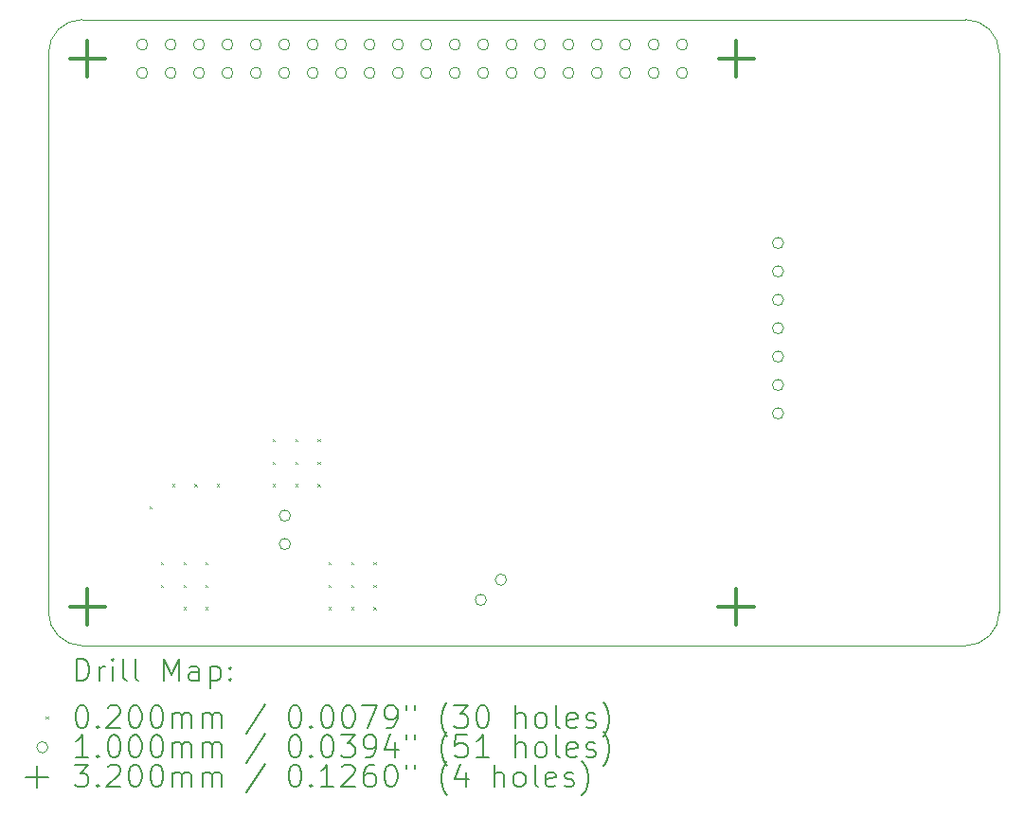
<source format=gbr>
%FSLAX45Y45*%
G04 Gerber Fmt 4.5, Leading zero omitted, Abs format (unit mm)*
G04 Created by KiCad (PCBNEW 6.0.0-d3dd2cf0fa~116~ubuntu21.04.1) date 2022-03-07 16:32:46*
%MOMM*%
%LPD*%
G01*
G04 APERTURE LIST*
%TA.AperFunction,Profile*%
%ADD10C,0.100000*%
%TD*%
%ADD11C,0.200000*%
%ADD12C,0.020000*%
%ADD13C,0.100000*%
%ADD14C,0.320000*%
G04 APERTURE END LIST*
D10*
X8200636Y-5605761D02*
G75*
G03*
X8500636Y-5305761I0J300000D01*
G01*
X8500636Y-5305761D02*
X8500636Y-305761D01*
X8500636Y-305761D02*
G75*
G03*
X8200636Y-5761I-300000J0D01*
G01*
X8200636Y-5761D02*
X302636Y-5761D01*
X2636Y-5305761D02*
G75*
G03*
X302636Y-5605761I300000J0D01*
G01*
X302636Y-5605761D02*
X8200636Y-5605761D01*
X2636Y-305761D02*
X2636Y-5305761D01*
X302636Y-5761D02*
G75*
G03*
X2636Y-305761I0J-300000D01*
G01*
D11*
D12*
X908000Y-4360000D02*
X928000Y-4380000D01*
X928000Y-4360000D02*
X908000Y-4380000D01*
X1008000Y-4860000D02*
X1028000Y-4880000D01*
X1028000Y-4860000D02*
X1008000Y-4880000D01*
X1008000Y-5060000D02*
X1028000Y-5080000D01*
X1028000Y-5060000D02*
X1008000Y-5080000D01*
X1108000Y-4160000D02*
X1128000Y-4180000D01*
X1128000Y-4160000D02*
X1108000Y-4180000D01*
X1208000Y-4860000D02*
X1228000Y-4880000D01*
X1228000Y-4860000D02*
X1208000Y-4880000D01*
X1208000Y-5060000D02*
X1228000Y-5080000D01*
X1228000Y-5060000D02*
X1208000Y-5080000D01*
X1208000Y-5260000D02*
X1228000Y-5280000D01*
X1228000Y-5260000D02*
X1208000Y-5280000D01*
X1308000Y-4160000D02*
X1328000Y-4180000D01*
X1328000Y-4160000D02*
X1308000Y-4180000D01*
X1408000Y-4860000D02*
X1428000Y-4880000D01*
X1428000Y-4860000D02*
X1408000Y-4880000D01*
X1408000Y-5060000D02*
X1428000Y-5080000D01*
X1428000Y-5060000D02*
X1408000Y-5080000D01*
X1408000Y-5260000D02*
X1428000Y-5280000D01*
X1428000Y-5260000D02*
X1408000Y-5280000D01*
X1508000Y-4160000D02*
X1528000Y-4180000D01*
X1528000Y-4160000D02*
X1508000Y-4180000D01*
X2008000Y-3760000D02*
X2028000Y-3780000D01*
X2028000Y-3760000D02*
X2008000Y-3780000D01*
X2008000Y-3960000D02*
X2028000Y-3980000D01*
X2028000Y-3960000D02*
X2008000Y-3980000D01*
X2008000Y-4160000D02*
X2028000Y-4180000D01*
X2028000Y-4160000D02*
X2008000Y-4180000D01*
X2208000Y-3760000D02*
X2228000Y-3780000D01*
X2228000Y-3760000D02*
X2208000Y-3780000D01*
X2208000Y-3960000D02*
X2228000Y-3980000D01*
X2228000Y-3960000D02*
X2208000Y-3980000D01*
X2208000Y-4160000D02*
X2228000Y-4180000D01*
X2228000Y-4160000D02*
X2208000Y-4180000D01*
X2408000Y-3760000D02*
X2428000Y-3780000D01*
X2428000Y-3760000D02*
X2408000Y-3780000D01*
X2408000Y-3960000D02*
X2428000Y-3980000D01*
X2428000Y-3960000D02*
X2408000Y-3980000D01*
X2408000Y-4160000D02*
X2428000Y-4180000D01*
X2428000Y-4160000D02*
X2408000Y-4180000D01*
X2508000Y-4860000D02*
X2528000Y-4880000D01*
X2528000Y-4860000D02*
X2508000Y-4880000D01*
X2508000Y-5060000D02*
X2528000Y-5080000D01*
X2528000Y-5060000D02*
X2508000Y-5080000D01*
X2508000Y-5260000D02*
X2528000Y-5280000D01*
X2528000Y-5260000D02*
X2508000Y-5280000D01*
X2708000Y-4860000D02*
X2728000Y-4880000D01*
X2728000Y-4860000D02*
X2708000Y-4880000D01*
X2708000Y-5060000D02*
X2728000Y-5080000D01*
X2728000Y-5060000D02*
X2708000Y-5080000D01*
X2708000Y-5260000D02*
X2728000Y-5280000D01*
X2728000Y-5260000D02*
X2708000Y-5280000D01*
X2908000Y-4860000D02*
X2928000Y-4880000D01*
X2928000Y-4860000D02*
X2908000Y-4880000D01*
X2908000Y-5060000D02*
X2928000Y-5080000D01*
X2928000Y-5060000D02*
X2908000Y-5080000D01*
X2908000Y-5260000D02*
X2928000Y-5280000D01*
X2928000Y-5260000D02*
X2908000Y-5280000D01*
D13*
X890000Y-229000D02*
G75*
G03*
X890000Y-229000I-50000J0D01*
G01*
X890000Y-483000D02*
G75*
G03*
X890000Y-483000I-50000J0D01*
G01*
X1144000Y-229000D02*
G75*
G03*
X1144000Y-229000I-50000J0D01*
G01*
X1144000Y-483000D02*
G75*
G03*
X1144000Y-483000I-50000J0D01*
G01*
X1398000Y-229000D02*
G75*
G03*
X1398000Y-229000I-50000J0D01*
G01*
X1398000Y-483000D02*
G75*
G03*
X1398000Y-483000I-50000J0D01*
G01*
X1652000Y-229000D02*
G75*
G03*
X1652000Y-229000I-50000J0D01*
G01*
X1652000Y-483000D02*
G75*
G03*
X1652000Y-483000I-50000J0D01*
G01*
X1906000Y-229000D02*
G75*
G03*
X1906000Y-229000I-50000J0D01*
G01*
X1906000Y-483000D02*
G75*
G03*
X1906000Y-483000I-50000J0D01*
G01*
X2160000Y-229000D02*
G75*
G03*
X2160000Y-229000I-50000J0D01*
G01*
X2160000Y-483000D02*
G75*
G03*
X2160000Y-483000I-50000J0D01*
G01*
X2166000Y-4443000D02*
G75*
G03*
X2166000Y-4443000I-50000J0D01*
G01*
X2166000Y-4697000D02*
G75*
G03*
X2166000Y-4697000I-50000J0D01*
G01*
X2414000Y-229000D02*
G75*
G03*
X2414000Y-229000I-50000J0D01*
G01*
X2414000Y-483000D02*
G75*
G03*
X2414000Y-483000I-50000J0D01*
G01*
X2668000Y-229000D02*
G75*
G03*
X2668000Y-229000I-50000J0D01*
G01*
X2668000Y-483000D02*
G75*
G03*
X2668000Y-483000I-50000J0D01*
G01*
X2922000Y-229000D02*
G75*
G03*
X2922000Y-229000I-50000J0D01*
G01*
X2922000Y-483000D02*
G75*
G03*
X2922000Y-483000I-50000J0D01*
G01*
X3176000Y-229000D02*
G75*
G03*
X3176000Y-229000I-50000J0D01*
G01*
X3176000Y-483000D02*
G75*
G03*
X3176000Y-483000I-50000J0D01*
G01*
X3430000Y-229000D02*
G75*
G03*
X3430000Y-229000I-50000J0D01*
G01*
X3430000Y-483000D02*
G75*
G03*
X3430000Y-483000I-50000J0D01*
G01*
X3684000Y-229000D02*
G75*
G03*
X3684000Y-229000I-50000J0D01*
G01*
X3684000Y-483000D02*
G75*
G03*
X3684000Y-483000I-50000J0D01*
G01*
X3917047Y-5195873D02*
G75*
G03*
X3917047Y-5195873I-50000J0D01*
G01*
X3938000Y-229000D02*
G75*
G03*
X3938000Y-229000I-50000J0D01*
G01*
X3938000Y-483000D02*
G75*
G03*
X3938000Y-483000I-50000J0D01*
G01*
X4096652Y-5016268D02*
G75*
G03*
X4096652Y-5016268I-50000J0D01*
G01*
X4192000Y-229000D02*
G75*
G03*
X4192000Y-229000I-50000J0D01*
G01*
X4192000Y-483000D02*
G75*
G03*
X4192000Y-483000I-50000J0D01*
G01*
X4446000Y-229000D02*
G75*
G03*
X4446000Y-229000I-50000J0D01*
G01*
X4446000Y-483000D02*
G75*
G03*
X4446000Y-483000I-50000J0D01*
G01*
X4700000Y-229000D02*
G75*
G03*
X4700000Y-229000I-50000J0D01*
G01*
X4700000Y-483000D02*
G75*
G03*
X4700000Y-483000I-50000J0D01*
G01*
X4954000Y-229000D02*
G75*
G03*
X4954000Y-229000I-50000J0D01*
G01*
X4954000Y-483000D02*
G75*
G03*
X4954000Y-483000I-50000J0D01*
G01*
X5208000Y-229000D02*
G75*
G03*
X5208000Y-229000I-50000J0D01*
G01*
X5208000Y-483000D02*
G75*
G03*
X5208000Y-483000I-50000J0D01*
G01*
X5462000Y-229000D02*
G75*
G03*
X5462000Y-229000I-50000J0D01*
G01*
X5462000Y-483000D02*
G75*
G03*
X5462000Y-483000I-50000J0D01*
G01*
X5716000Y-229000D02*
G75*
G03*
X5716000Y-229000I-50000J0D01*
G01*
X5716000Y-483000D02*
G75*
G03*
X5716000Y-483000I-50000J0D01*
G01*
X6573000Y-2004000D02*
G75*
G03*
X6573000Y-2004000I-50000J0D01*
G01*
X6573000Y-2258000D02*
G75*
G03*
X6573000Y-2258000I-50000J0D01*
G01*
X6573000Y-2512000D02*
G75*
G03*
X6573000Y-2512000I-50000J0D01*
G01*
X6573000Y-2766000D02*
G75*
G03*
X6573000Y-2766000I-50000J0D01*
G01*
X6573000Y-3020000D02*
G75*
G03*
X6573000Y-3020000I-50000J0D01*
G01*
X6573000Y-3274000D02*
G75*
G03*
X6573000Y-3274000I-50000J0D01*
G01*
X6573000Y-3528000D02*
G75*
G03*
X6573000Y-3528000I-50000J0D01*
G01*
D14*
X352000Y-195000D02*
X352000Y-515000D01*
X192000Y-355000D02*
X512000Y-355000D01*
X352000Y-5096000D02*
X352000Y-5416000D01*
X192000Y-5256000D02*
X512000Y-5256000D01*
X6151000Y-5095000D02*
X6151000Y-5415000D01*
X5991000Y-5255000D02*
X6311000Y-5255000D01*
X6152000Y-197000D02*
X6152000Y-517000D01*
X5992000Y-357000D02*
X6312000Y-357000D01*
D11*
X255255Y-5921237D02*
X255255Y-5721237D01*
X302874Y-5721237D01*
X331445Y-5730761D01*
X350493Y-5749809D01*
X360016Y-5768856D01*
X369540Y-5806951D01*
X369540Y-5835523D01*
X360016Y-5873618D01*
X350493Y-5892666D01*
X331445Y-5911713D01*
X302874Y-5921237D01*
X255255Y-5921237D01*
X455255Y-5921237D02*
X455255Y-5787904D01*
X455255Y-5825999D02*
X464778Y-5806951D01*
X474302Y-5797428D01*
X493350Y-5787904D01*
X512397Y-5787904D01*
X579064Y-5921237D02*
X579064Y-5787904D01*
X579064Y-5721237D02*
X569540Y-5730761D01*
X579064Y-5740285D01*
X588588Y-5730761D01*
X579064Y-5721237D01*
X579064Y-5740285D01*
X702874Y-5921237D02*
X683826Y-5911713D01*
X674302Y-5892666D01*
X674302Y-5721237D01*
X807636Y-5921237D02*
X788588Y-5911713D01*
X779064Y-5892666D01*
X779064Y-5721237D01*
X1036207Y-5921237D02*
X1036207Y-5721237D01*
X1102874Y-5864094D01*
X1169540Y-5721237D01*
X1169540Y-5921237D01*
X1350493Y-5921237D02*
X1350493Y-5816475D01*
X1340969Y-5797428D01*
X1321921Y-5787904D01*
X1283826Y-5787904D01*
X1264778Y-5797428D01*
X1350493Y-5911713D02*
X1331445Y-5921237D01*
X1283826Y-5921237D01*
X1264778Y-5911713D01*
X1255255Y-5892666D01*
X1255255Y-5873618D01*
X1264778Y-5854571D01*
X1283826Y-5845047D01*
X1331445Y-5845047D01*
X1350493Y-5835523D01*
X1445731Y-5787904D02*
X1445731Y-5987904D01*
X1445731Y-5797428D02*
X1464778Y-5787904D01*
X1502874Y-5787904D01*
X1521921Y-5797428D01*
X1531445Y-5806951D01*
X1540969Y-5825999D01*
X1540969Y-5883142D01*
X1531445Y-5902190D01*
X1521921Y-5911713D01*
X1502874Y-5921237D01*
X1464778Y-5921237D01*
X1445731Y-5911713D01*
X1626683Y-5902190D02*
X1636207Y-5911713D01*
X1626683Y-5921237D01*
X1617159Y-5911713D01*
X1626683Y-5902190D01*
X1626683Y-5921237D01*
X1626683Y-5797428D02*
X1636207Y-5806951D01*
X1626683Y-5816475D01*
X1617159Y-5806951D01*
X1626683Y-5797428D01*
X1626683Y-5816475D01*
D12*
X-22364Y-6240761D02*
X-2364Y-6260761D01*
X-2364Y-6240761D02*
X-22364Y-6260761D01*
D11*
X293350Y-6141237D02*
X312398Y-6141237D01*
X331445Y-6150761D01*
X340969Y-6160285D01*
X350493Y-6179332D01*
X360016Y-6217428D01*
X360016Y-6265047D01*
X350493Y-6303142D01*
X340969Y-6322190D01*
X331445Y-6331713D01*
X312398Y-6341237D01*
X293350Y-6341237D01*
X274302Y-6331713D01*
X264778Y-6322190D01*
X255255Y-6303142D01*
X245731Y-6265047D01*
X245731Y-6217428D01*
X255255Y-6179332D01*
X264778Y-6160285D01*
X274302Y-6150761D01*
X293350Y-6141237D01*
X445731Y-6322190D02*
X455255Y-6331713D01*
X445731Y-6341237D01*
X436207Y-6331713D01*
X445731Y-6322190D01*
X445731Y-6341237D01*
X531445Y-6160285D02*
X540969Y-6150761D01*
X560017Y-6141237D01*
X607636Y-6141237D01*
X626683Y-6150761D01*
X636207Y-6160285D01*
X645731Y-6179332D01*
X645731Y-6198380D01*
X636207Y-6226951D01*
X521921Y-6341237D01*
X645731Y-6341237D01*
X769540Y-6141237D02*
X788588Y-6141237D01*
X807636Y-6150761D01*
X817159Y-6160285D01*
X826683Y-6179332D01*
X836207Y-6217428D01*
X836207Y-6265047D01*
X826683Y-6303142D01*
X817159Y-6322190D01*
X807636Y-6331713D01*
X788588Y-6341237D01*
X769540Y-6341237D01*
X750493Y-6331713D01*
X740969Y-6322190D01*
X731445Y-6303142D01*
X721921Y-6265047D01*
X721921Y-6217428D01*
X731445Y-6179332D01*
X740969Y-6160285D01*
X750493Y-6150761D01*
X769540Y-6141237D01*
X960016Y-6141237D02*
X979064Y-6141237D01*
X998112Y-6150761D01*
X1007636Y-6160285D01*
X1017159Y-6179332D01*
X1026683Y-6217428D01*
X1026683Y-6265047D01*
X1017159Y-6303142D01*
X1007636Y-6322190D01*
X998112Y-6331713D01*
X979064Y-6341237D01*
X960016Y-6341237D01*
X940969Y-6331713D01*
X931445Y-6322190D01*
X921921Y-6303142D01*
X912397Y-6265047D01*
X912397Y-6217428D01*
X921921Y-6179332D01*
X931445Y-6160285D01*
X940969Y-6150761D01*
X960016Y-6141237D01*
X1112398Y-6341237D02*
X1112398Y-6207904D01*
X1112398Y-6226951D02*
X1121921Y-6217428D01*
X1140969Y-6207904D01*
X1169540Y-6207904D01*
X1188588Y-6217428D01*
X1198112Y-6236475D01*
X1198112Y-6341237D01*
X1198112Y-6236475D02*
X1207636Y-6217428D01*
X1226683Y-6207904D01*
X1255255Y-6207904D01*
X1274302Y-6217428D01*
X1283826Y-6236475D01*
X1283826Y-6341237D01*
X1379064Y-6341237D02*
X1379064Y-6207904D01*
X1379064Y-6226951D02*
X1388588Y-6217428D01*
X1407636Y-6207904D01*
X1436207Y-6207904D01*
X1455255Y-6217428D01*
X1464778Y-6236475D01*
X1464778Y-6341237D01*
X1464778Y-6236475D02*
X1474302Y-6217428D01*
X1493350Y-6207904D01*
X1521921Y-6207904D01*
X1540969Y-6217428D01*
X1550493Y-6236475D01*
X1550493Y-6341237D01*
X1940969Y-6131713D02*
X1769540Y-6388856D01*
X2198112Y-6141237D02*
X2217159Y-6141237D01*
X2236207Y-6150761D01*
X2245731Y-6160285D01*
X2255255Y-6179332D01*
X2264778Y-6217428D01*
X2264778Y-6265047D01*
X2255255Y-6303142D01*
X2245731Y-6322190D01*
X2236207Y-6331713D01*
X2217159Y-6341237D01*
X2198112Y-6341237D01*
X2179064Y-6331713D01*
X2169540Y-6322190D01*
X2160017Y-6303142D01*
X2150493Y-6265047D01*
X2150493Y-6217428D01*
X2160017Y-6179332D01*
X2169540Y-6160285D01*
X2179064Y-6150761D01*
X2198112Y-6141237D01*
X2350493Y-6322190D02*
X2360017Y-6331713D01*
X2350493Y-6341237D01*
X2340969Y-6331713D01*
X2350493Y-6322190D01*
X2350493Y-6341237D01*
X2483826Y-6141237D02*
X2502874Y-6141237D01*
X2521921Y-6150761D01*
X2531445Y-6160285D01*
X2540969Y-6179332D01*
X2550493Y-6217428D01*
X2550493Y-6265047D01*
X2540969Y-6303142D01*
X2531445Y-6322190D01*
X2521921Y-6331713D01*
X2502874Y-6341237D01*
X2483826Y-6341237D01*
X2464778Y-6331713D01*
X2455255Y-6322190D01*
X2445731Y-6303142D01*
X2436207Y-6265047D01*
X2436207Y-6217428D01*
X2445731Y-6179332D01*
X2455255Y-6160285D01*
X2464778Y-6150761D01*
X2483826Y-6141237D01*
X2674302Y-6141237D02*
X2693350Y-6141237D01*
X2712398Y-6150761D01*
X2721921Y-6160285D01*
X2731445Y-6179332D01*
X2740969Y-6217428D01*
X2740969Y-6265047D01*
X2731445Y-6303142D01*
X2721921Y-6322190D01*
X2712398Y-6331713D01*
X2693350Y-6341237D01*
X2674302Y-6341237D01*
X2655255Y-6331713D01*
X2645731Y-6322190D01*
X2636207Y-6303142D01*
X2626683Y-6265047D01*
X2626683Y-6217428D01*
X2636207Y-6179332D01*
X2645731Y-6160285D01*
X2655255Y-6150761D01*
X2674302Y-6141237D01*
X2807636Y-6141237D02*
X2940969Y-6141237D01*
X2855255Y-6341237D01*
X3026683Y-6341237D02*
X3064778Y-6341237D01*
X3083826Y-6331713D01*
X3093350Y-6322190D01*
X3112397Y-6293618D01*
X3121921Y-6255523D01*
X3121921Y-6179332D01*
X3112397Y-6160285D01*
X3102874Y-6150761D01*
X3083826Y-6141237D01*
X3045731Y-6141237D01*
X3026683Y-6150761D01*
X3017159Y-6160285D01*
X3007635Y-6179332D01*
X3007635Y-6226951D01*
X3017159Y-6245999D01*
X3026683Y-6255523D01*
X3045731Y-6265047D01*
X3083826Y-6265047D01*
X3102874Y-6255523D01*
X3112397Y-6245999D01*
X3121921Y-6226951D01*
X3198112Y-6141237D02*
X3198112Y-6179332D01*
X3274302Y-6141237D02*
X3274302Y-6179332D01*
X3569540Y-6417428D02*
X3560016Y-6407904D01*
X3540969Y-6379332D01*
X3531445Y-6360285D01*
X3521921Y-6331713D01*
X3512397Y-6284094D01*
X3512397Y-6245999D01*
X3521921Y-6198380D01*
X3531445Y-6169809D01*
X3540969Y-6150761D01*
X3560016Y-6122190D01*
X3569540Y-6112666D01*
X3626683Y-6141237D02*
X3750493Y-6141237D01*
X3683826Y-6217428D01*
X3712397Y-6217428D01*
X3731445Y-6226951D01*
X3740969Y-6236475D01*
X3750493Y-6255523D01*
X3750493Y-6303142D01*
X3740969Y-6322190D01*
X3731445Y-6331713D01*
X3712397Y-6341237D01*
X3655255Y-6341237D01*
X3636207Y-6331713D01*
X3626683Y-6322190D01*
X3874302Y-6141237D02*
X3893350Y-6141237D01*
X3912397Y-6150761D01*
X3921921Y-6160285D01*
X3931445Y-6179332D01*
X3940969Y-6217428D01*
X3940969Y-6265047D01*
X3931445Y-6303142D01*
X3921921Y-6322190D01*
X3912397Y-6331713D01*
X3893350Y-6341237D01*
X3874302Y-6341237D01*
X3855255Y-6331713D01*
X3845731Y-6322190D01*
X3836207Y-6303142D01*
X3826683Y-6265047D01*
X3826683Y-6217428D01*
X3836207Y-6179332D01*
X3845731Y-6160285D01*
X3855255Y-6150761D01*
X3874302Y-6141237D01*
X4179064Y-6341237D02*
X4179064Y-6141237D01*
X4264778Y-6341237D02*
X4264778Y-6236475D01*
X4255255Y-6217428D01*
X4236207Y-6207904D01*
X4207636Y-6207904D01*
X4188588Y-6217428D01*
X4179064Y-6226951D01*
X4388588Y-6341237D02*
X4369540Y-6331713D01*
X4360017Y-6322190D01*
X4350493Y-6303142D01*
X4350493Y-6245999D01*
X4360017Y-6226951D01*
X4369540Y-6217428D01*
X4388588Y-6207904D01*
X4417159Y-6207904D01*
X4436207Y-6217428D01*
X4445731Y-6226951D01*
X4455255Y-6245999D01*
X4455255Y-6303142D01*
X4445731Y-6322190D01*
X4436207Y-6331713D01*
X4417159Y-6341237D01*
X4388588Y-6341237D01*
X4569540Y-6341237D02*
X4550493Y-6331713D01*
X4540969Y-6312666D01*
X4540969Y-6141237D01*
X4721921Y-6331713D02*
X4702874Y-6341237D01*
X4664778Y-6341237D01*
X4645731Y-6331713D01*
X4636207Y-6312666D01*
X4636207Y-6236475D01*
X4645731Y-6217428D01*
X4664778Y-6207904D01*
X4702874Y-6207904D01*
X4721921Y-6217428D01*
X4731445Y-6236475D01*
X4731445Y-6255523D01*
X4636207Y-6274571D01*
X4807636Y-6331713D02*
X4826683Y-6341237D01*
X4864778Y-6341237D01*
X4883826Y-6331713D01*
X4893350Y-6312666D01*
X4893350Y-6303142D01*
X4883826Y-6284094D01*
X4864778Y-6274571D01*
X4836207Y-6274571D01*
X4817159Y-6265047D01*
X4807636Y-6245999D01*
X4807636Y-6236475D01*
X4817159Y-6217428D01*
X4836207Y-6207904D01*
X4864778Y-6207904D01*
X4883826Y-6217428D01*
X4960017Y-6417428D02*
X4969540Y-6407904D01*
X4988588Y-6379332D01*
X4998112Y-6360285D01*
X5007636Y-6331713D01*
X5017159Y-6284094D01*
X5017159Y-6245999D01*
X5007636Y-6198380D01*
X4998112Y-6169809D01*
X4988588Y-6150761D01*
X4969540Y-6122190D01*
X4960017Y-6112666D01*
D13*
X-2364Y-6514761D02*
G75*
G03*
X-2364Y-6514761I-50000J0D01*
G01*
D11*
X360016Y-6605237D02*
X245731Y-6605237D01*
X302874Y-6605237D02*
X302874Y-6405237D01*
X283826Y-6433809D01*
X264778Y-6452856D01*
X245731Y-6462380D01*
X445731Y-6586190D02*
X455255Y-6595713D01*
X445731Y-6605237D01*
X436207Y-6595713D01*
X445731Y-6586190D01*
X445731Y-6605237D01*
X579064Y-6405237D02*
X598112Y-6405237D01*
X617159Y-6414761D01*
X626683Y-6424285D01*
X636207Y-6443332D01*
X645731Y-6481428D01*
X645731Y-6529047D01*
X636207Y-6567142D01*
X626683Y-6586190D01*
X617159Y-6595713D01*
X598112Y-6605237D01*
X579064Y-6605237D01*
X560017Y-6595713D01*
X550493Y-6586190D01*
X540969Y-6567142D01*
X531445Y-6529047D01*
X531445Y-6481428D01*
X540969Y-6443332D01*
X550493Y-6424285D01*
X560017Y-6414761D01*
X579064Y-6405237D01*
X769540Y-6405237D02*
X788588Y-6405237D01*
X807636Y-6414761D01*
X817159Y-6424285D01*
X826683Y-6443332D01*
X836207Y-6481428D01*
X836207Y-6529047D01*
X826683Y-6567142D01*
X817159Y-6586190D01*
X807636Y-6595713D01*
X788588Y-6605237D01*
X769540Y-6605237D01*
X750493Y-6595713D01*
X740969Y-6586190D01*
X731445Y-6567142D01*
X721921Y-6529047D01*
X721921Y-6481428D01*
X731445Y-6443332D01*
X740969Y-6424285D01*
X750493Y-6414761D01*
X769540Y-6405237D01*
X960016Y-6405237D02*
X979064Y-6405237D01*
X998112Y-6414761D01*
X1007636Y-6424285D01*
X1017159Y-6443332D01*
X1026683Y-6481428D01*
X1026683Y-6529047D01*
X1017159Y-6567142D01*
X1007636Y-6586190D01*
X998112Y-6595713D01*
X979064Y-6605237D01*
X960016Y-6605237D01*
X940969Y-6595713D01*
X931445Y-6586190D01*
X921921Y-6567142D01*
X912397Y-6529047D01*
X912397Y-6481428D01*
X921921Y-6443332D01*
X931445Y-6424285D01*
X940969Y-6414761D01*
X960016Y-6405237D01*
X1112398Y-6605237D02*
X1112398Y-6471904D01*
X1112398Y-6490951D02*
X1121921Y-6481428D01*
X1140969Y-6471904D01*
X1169540Y-6471904D01*
X1188588Y-6481428D01*
X1198112Y-6500475D01*
X1198112Y-6605237D01*
X1198112Y-6500475D02*
X1207636Y-6481428D01*
X1226683Y-6471904D01*
X1255255Y-6471904D01*
X1274302Y-6481428D01*
X1283826Y-6500475D01*
X1283826Y-6605237D01*
X1379064Y-6605237D02*
X1379064Y-6471904D01*
X1379064Y-6490951D02*
X1388588Y-6481428D01*
X1407636Y-6471904D01*
X1436207Y-6471904D01*
X1455255Y-6481428D01*
X1464778Y-6500475D01*
X1464778Y-6605237D01*
X1464778Y-6500475D02*
X1474302Y-6481428D01*
X1493350Y-6471904D01*
X1521921Y-6471904D01*
X1540969Y-6481428D01*
X1550493Y-6500475D01*
X1550493Y-6605237D01*
X1940969Y-6395713D02*
X1769540Y-6652856D01*
X2198112Y-6405237D02*
X2217159Y-6405237D01*
X2236207Y-6414761D01*
X2245731Y-6424285D01*
X2255255Y-6443332D01*
X2264778Y-6481428D01*
X2264778Y-6529047D01*
X2255255Y-6567142D01*
X2245731Y-6586190D01*
X2236207Y-6595713D01*
X2217159Y-6605237D01*
X2198112Y-6605237D01*
X2179064Y-6595713D01*
X2169540Y-6586190D01*
X2160017Y-6567142D01*
X2150493Y-6529047D01*
X2150493Y-6481428D01*
X2160017Y-6443332D01*
X2169540Y-6424285D01*
X2179064Y-6414761D01*
X2198112Y-6405237D01*
X2350493Y-6586190D02*
X2360017Y-6595713D01*
X2350493Y-6605237D01*
X2340969Y-6595713D01*
X2350493Y-6586190D01*
X2350493Y-6605237D01*
X2483826Y-6405237D02*
X2502874Y-6405237D01*
X2521921Y-6414761D01*
X2531445Y-6424285D01*
X2540969Y-6443332D01*
X2550493Y-6481428D01*
X2550493Y-6529047D01*
X2540969Y-6567142D01*
X2531445Y-6586190D01*
X2521921Y-6595713D01*
X2502874Y-6605237D01*
X2483826Y-6605237D01*
X2464778Y-6595713D01*
X2455255Y-6586190D01*
X2445731Y-6567142D01*
X2436207Y-6529047D01*
X2436207Y-6481428D01*
X2445731Y-6443332D01*
X2455255Y-6424285D01*
X2464778Y-6414761D01*
X2483826Y-6405237D01*
X2617159Y-6405237D02*
X2740969Y-6405237D01*
X2674302Y-6481428D01*
X2702874Y-6481428D01*
X2721921Y-6490951D01*
X2731445Y-6500475D01*
X2740969Y-6519523D01*
X2740969Y-6567142D01*
X2731445Y-6586190D01*
X2721921Y-6595713D01*
X2702874Y-6605237D01*
X2645731Y-6605237D01*
X2626683Y-6595713D01*
X2617159Y-6586190D01*
X2836207Y-6605237D02*
X2874302Y-6605237D01*
X2893350Y-6595713D01*
X2902874Y-6586190D01*
X2921921Y-6557618D01*
X2931445Y-6519523D01*
X2931445Y-6443332D01*
X2921921Y-6424285D01*
X2912397Y-6414761D01*
X2893350Y-6405237D01*
X2855255Y-6405237D01*
X2836207Y-6414761D01*
X2826683Y-6424285D01*
X2817159Y-6443332D01*
X2817159Y-6490951D01*
X2826683Y-6509999D01*
X2836207Y-6519523D01*
X2855255Y-6529047D01*
X2893350Y-6529047D01*
X2912397Y-6519523D01*
X2921921Y-6509999D01*
X2931445Y-6490951D01*
X3102874Y-6471904D02*
X3102874Y-6605237D01*
X3055255Y-6395713D02*
X3007635Y-6538571D01*
X3131445Y-6538571D01*
X3198112Y-6405237D02*
X3198112Y-6443332D01*
X3274302Y-6405237D02*
X3274302Y-6443332D01*
X3569540Y-6681428D02*
X3560016Y-6671904D01*
X3540969Y-6643332D01*
X3531445Y-6624285D01*
X3521921Y-6595713D01*
X3512397Y-6548094D01*
X3512397Y-6509999D01*
X3521921Y-6462380D01*
X3531445Y-6433809D01*
X3540969Y-6414761D01*
X3560016Y-6386190D01*
X3569540Y-6376666D01*
X3740969Y-6405237D02*
X3645731Y-6405237D01*
X3636207Y-6500475D01*
X3645731Y-6490951D01*
X3664778Y-6481428D01*
X3712397Y-6481428D01*
X3731445Y-6490951D01*
X3740969Y-6500475D01*
X3750493Y-6519523D01*
X3750493Y-6567142D01*
X3740969Y-6586190D01*
X3731445Y-6595713D01*
X3712397Y-6605237D01*
X3664778Y-6605237D01*
X3645731Y-6595713D01*
X3636207Y-6586190D01*
X3940969Y-6605237D02*
X3826683Y-6605237D01*
X3883826Y-6605237D02*
X3883826Y-6405237D01*
X3864778Y-6433809D01*
X3845731Y-6452856D01*
X3826683Y-6462380D01*
X4179064Y-6605237D02*
X4179064Y-6405237D01*
X4264778Y-6605237D02*
X4264778Y-6500475D01*
X4255255Y-6481428D01*
X4236207Y-6471904D01*
X4207636Y-6471904D01*
X4188588Y-6481428D01*
X4179064Y-6490951D01*
X4388588Y-6605237D02*
X4369540Y-6595713D01*
X4360017Y-6586190D01*
X4350493Y-6567142D01*
X4350493Y-6509999D01*
X4360017Y-6490951D01*
X4369540Y-6481428D01*
X4388588Y-6471904D01*
X4417159Y-6471904D01*
X4436207Y-6481428D01*
X4445731Y-6490951D01*
X4455255Y-6509999D01*
X4455255Y-6567142D01*
X4445731Y-6586190D01*
X4436207Y-6595713D01*
X4417159Y-6605237D01*
X4388588Y-6605237D01*
X4569540Y-6605237D02*
X4550493Y-6595713D01*
X4540969Y-6576666D01*
X4540969Y-6405237D01*
X4721921Y-6595713D02*
X4702874Y-6605237D01*
X4664778Y-6605237D01*
X4645731Y-6595713D01*
X4636207Y-6576666D01*
X4636207Y-6500475D01*
X4645731Y-6481428D01*
X4664778Y-6471904D01*
X4702874Y-6471904D01*
X4721921Y-6481428D01*
X4731445Y-6500475D01*
X4731445Y-6519523D01*
X4636207Y-6538571D01*
X4807636Y-6595713D02*
X4826683Y-6605237D01*
X4864778Y-6605237D01*
X4883826Y-6595713D01*
X4893350Y-6576666D01*
X4893350Y-6567142D01*
X4883826Y-6548094D01*
X4864778Y-6538571D01*
X4836207Y-6538571D01*
X4817159Y-6529047D01*
X4807636Y-6509999D01*
X4807636Y-6500475D01*
X4817159Y-6481428D01*
X4836207Y-6471904D01*
X4864778Y-6471904D01*
X4883826Y-6481428D01*
X4960017Y-6681428D02*
X4969540Y-6671904D01*
X4988588Y-6643332D01*
X4998112Y-6624285D01*
X5007636Y-6595713D01*
X5017159Y-6548094D01*
X5017159Y-6509999D01*
X5007636Y-6462380D01*
X4998112Y-6433809D01*
X4988588Y-6414761D01*
X4969540Y-6386190D01*
X4960017Y-6376666D01*
X-102364Y-6678761D02*
X-102364Y-6878761D01*
X-202364Y-6778761D02*
X-2364Y-6778761D01*
X236207Y-6669237D02*
X360016Y-6669237D01*
X293350Y-6745428D01*
X321921Y-6745428D01*
X340969Y-6754951D01*
X350493Y-6764475D01*
X360016Y-6783523D01*
X360016Y-6831142D01*
X350493Y-6850190D01*
X340969Y-6859713D01*
X321921Y-6869237D01*
X264778Y-6869237D01*
X245731Y-6859713D01*
X236207Y-6850190D01*
X445731Y-6850190D02*
X455255Y-6859713D01*
X445731Y-6869237D01*
X436207Y-6859713D01*
X445731Y-6850190D01*
X445731Y-6869237D01*
X531445Y-6688285D02*
X540969Y-6678761D01*
X560017Y-6669237D01*
X607636Y-6669237D01*
X626683Y-6678761D01*
X636207Y-6688285D01*
X645731Y-6707332D01*
X645731Y-6726380D01*
X636207Y-6754951D01*
X521921Y-6869237D01*
X645731Y-6869237D01*
X769540Y-6669237D02*
X788588Y-6669237D01*
X807636Y-6678761D01*
X817159Y-6688285D01*
X826683Y-6707332D01*
X836207Y-6745428D01*
X836207Y-6793047D01*
X826683Y-6831142D01*
X817159Y-6850190D01*
X807636Y-6859713D01*
X788588Y-6869237D01*
X769540Y-6869237D01*
X750493Y-6859713D01*
X740969Y-6850190D01*
X731445Y-6831142D01*
X721921Y-6793047D01*
X721921Y-6745428D01*
X731445Y-6707332D01*
X740969Y-6688285D01*
X750493Y-6678761D01*
X769540Y-6669237D01*
X960016Y-6669237D02*
X979064Y-6669237D01*
X998112Y-6678761D01*
X1007636Y-6688285D01*
X1017159Y-6707332D01*
X1026683Y-6745428D01*
X1026683Y-6793047D01*
X1017159Y-6831142D01*
X1007636Y-6850190D01*
X998112Y-6859713D01*
X979064Y-6869237D01*
X960016Y-6869237D01*
X940969Y-6859713D01*
X931445Y-6850190D01*
X921921Y-6831142D01*
X912397Y-6793047D01*
X912397Y-6745428D01*
X921921Y-6707332D01*
X931445Y-6688285D01*
X940969Y-6678761D01*
X960016Y-6669237D01*
X1112398Y-6869237D02*
X1112398Y-6735904D01*
X1112398Y-6754951D02*
X1121921Y-6745428D01*
X1140969Y-6735904D01*
X1169540Y-6735904D01*
X1188588Y-6745428D01*
X1198112Y-6764475D01*
X1198112Y-6869237D01*
X1198112Y-6764475D02*
X1207636Y-6745428D01*
X1226683Y-6735904D01*
X1255255Y-6735904D01*
X1274302Y-6745428D01*
X1283826Y-6764475D01*
X1283826Y-6869237D01*
X1379064Y-6869237D02*
X1379064Y-6735904D01*
X1379064Y-6754951D02*
X1388588Y-6745428D01*
X1407636Y-6735904D01*
X1436207Y-6735904D01*
X1455255Y-6745428D01*
X1464778Y-6764475D01*
X1464778Y-6869237D01*
X1464778Y-6764475D02*
X1474302Y-6745428D01*
X1493350Y-6735904D01*
X1521921Y-6735904D01*
X1540969Y-6745428D01*
X1550493Y-6764475D01*
X1550493Y-6869237D01*
X1940969Y-6659713D02*
X1769540Y-6916856D01*
X2198112Y-6669237D02*
X2217159Y-6669237D01*
X2236207Y-6678761D01*
X2245731Y-6688285D01*
X2255255Y-6707332D01*
X2264778Y-6745428D01*
X2264778Y-6793047D01*
X2255255Y-6831142D01*
X2245731Y-6850190D01*
X2236207Y-6859713D01*
X2217159Y-6869237D01*
X2198112Y-6869237D01*
X2179064Y-6859713D01*
X2169540Y-6850190D01*
X2160017Y-6831142D01*
X2150493Y-6793047D01*
X2150493Y-6745428D01*
X2160017Y-6707332D01*
X2169540Y-6688285D01*
X2179064Y-6678761D01*
X2198112Y-6669237D01*
X2350493Y-6850190D02*
X2360017Y-6859713D01*
X2350493Y-6869237D01*
X2340969Y-6859713D01*
X2350493Y-6850190D01*
X2350493Y-6869237D01*
X2550493Y-6869237D02*
X2436207Y-6869237D01*
X2493350Y-6869237D02*
X2493350Y-6669237D01*
X2474302Y-6697809D01*
X2455255Y-6716856D01*
X2436207Y-6726380D01*
X2626683Y-6688285D02*
X2636207Y-6678761D01*
X2655255Y-6669237D01*
X2702874Y-6669237D01*
X2721921Y-6678761D01*
X2731445Y-6688285D01*
X2740969Y-6707332D01*
X2740969Y-6726380D01*
X2731445Y-6754951D01*
X2617159Y-6869237D01*
X2740969Y-6869237D01*
X2912397Y-6669237D02*
X2874302Y-6669237D01*
X2855255Y-6678761D01*
X2845731Y-6688285D01*
X2826683Y-6716856D01*
X2817159Y-6754951D01*
X2817159Y-6831142D01*
X2826683Y-6850190D01*
X2836207Y-6859713D01*
X2855255Y-6869237D01*
X2893350Y-6869237D01*
X2912397Y-6859713D01*
X2921921Y-6850190D01*
X2931445Y-6831142D01*
X2931445Y-6783523D01*
X2921921Y-6764475D01*
X2912397Y-6754951D01*
X2893350Y-6745428D01*
X2855255Y-6745428D01*
X2836207Y-6754951D01*
X2826683Y-6764475D01*
X2817159Y-6783523D01*
X3055255Y-6669237D02*
X3074302Y-6669237D01*
X3093350Y-6678761D01*
X3102874Y-6688285D01*
X3112397Y-6707332D01*
X3121921Y-6745428D01*
X3121921Y-6793047D01*
X3112397Y-6831142D01*
X3102874Y-6850190D01*
X3093350Y-6859713D01*
X3074302Y-6869237D01*
X3055255Y-6869237D01*
X3036207Y-6859713D01*
X3026683Y-6850190D01*
X3017159Y-6831142D01*
X3007635Y-6793047D01*
X3007635Y-6745428D01*
X3017159Y-6707332D01*
X3026683Y-6688285D01*
X3036207Y-6678761D01*
X3055255Y-6669237D01*
X3198112Y-6669237D02*
X3198112Y-6707332D01*
X3274302Y-6669237D02*
X3274302Y-6707332D01*
X3569540Y-6945428D02*
X3560016Y-6935904D01*
X3540969Y-6907332D01*
X3531445Y-6888285D01*
X3521921Y-6859713D01*
X3512397Y-6812094D01*
X3512397Y-6773999D01*
X3521921Y-6726380D01*
X3531445Y-6697809D01*
X3540969Y-6678761D01*
X3560016Y-6650190D01*
X3569540Y-6640666D01*
X3731445Y-6735904D02*
X3731445Y-6869237D01*
X3683826Y-6659713D02*
X3636207Y-6802571D01*
X3760016Y-6802571D01*
X3988588Y-6869237D02*
X3988588Y-6669237D01*
X4074302Y-6869237D02*
X4074302Y-6764475D01*
X4064778Y-6745428D01*
X4045731Y-6735904D01*
X4017159Y-6735904D01*
X3998112Y-6745428D01*
X3988588Y-6754951D01*
X4198112Y-6869237D02*
X4179064Y-6859713D01*
X4169540Y-6850190D01*
X4160016Y-6831142D01*
X4160016Y-6773999D01*
X4169540Y-6754951D01*
X4179064Y-6745428D01*
X4198112Y-6735904D01*
X4226683Y-6735904D01*
X4245731Y-6745428D01*
X4255255Y-6754951D01*
X4264778Y-6773999D01*
X4264778Y-6831142D01*
X4255255Y-6850190D01*
X4245731Y-6859713D01*
X4226683Y-6869237D01*
X4198112Y-6869237D01*
X4379064Y-6869237D02*
X4360017Y-6859713D01*
X4350493Y-6840666D01*
X4350493Y-6669237D01*
X4531445Y-6859713D02*
X4512398Y-6869237D01*
X4474302Y-6869237D01*
X4455255Y-6859713D01*
X4445731Y-6840666D01*
X4445731Y-6764475D01*
X4455255Y-6745428D01*
X4474302Y-6735904D01*
X4512398Y-6735904D01*
X4531445Y-6745428D01*
X4540969Y-6764475D01*
X4540969Y-6783523D01*
X4445731Y-6802571D01*
X4617159Y-6859713D02*
X4636207Y-6869237D01*
X4674302Y-6869237D01*
X4693350Y-6859713D01*
X4702874Y-6840666D01*
X4702874Y-6831142D01*
X4693350Y-6812094D01*
X4674302Y-6802571D01*
X4645731Y-6802571D01*
X4626683Y-6793047D01*
X4617159Y-6773999D01*
X4617159Y-6764475D01*
X4626683Y-6745428D01*
X4645731Y-6735904D01*
X4674302Y-6735904D01*
X4693350Y-6745428D01*
X4769540Y-6945428D02*
X4779064Y-6935904D01*
X4798112Y-6907332D01*
X4807636Y-6888285D01*
X4817159Y-6859713D01*
X4826683Y-6812094D01*
X4826683Y-6773999D01*
X4817159Y-6726380D01*
X4807636Y-6697809D01*
X4798112Y-6678761D01*
X4779064Y-6650190D01*
X4769540Y-6640666D01*
M02*

</source>
